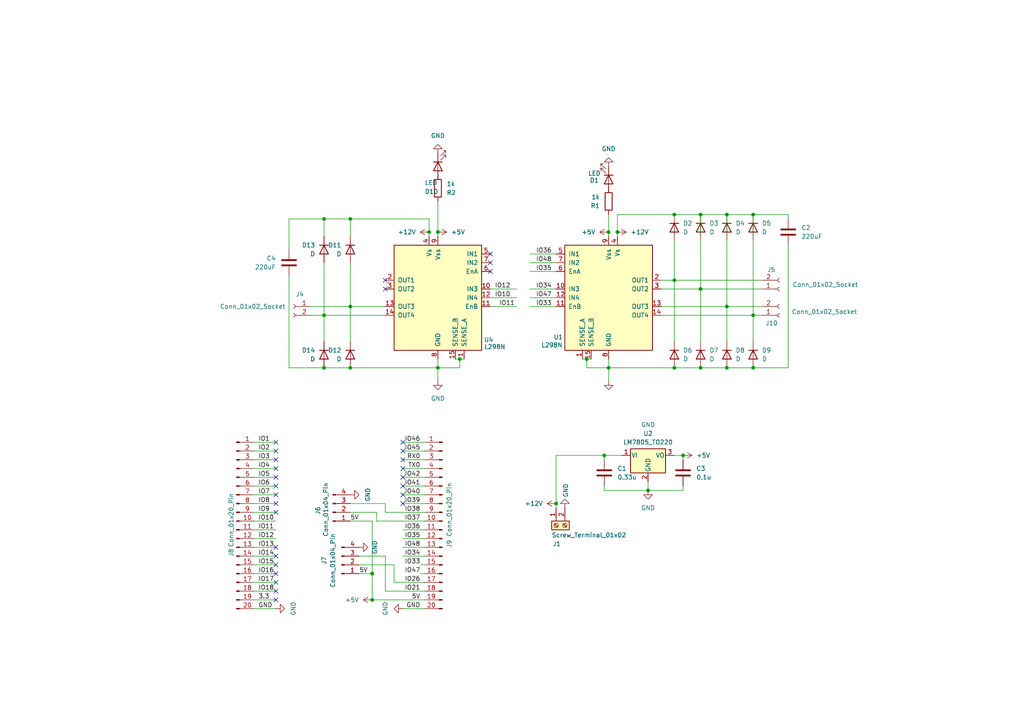
<source format=kicad_sch>
(kicad_sch (version 20250114) (generator "eeschema") (generator_version "9.0")
  (paper "A4")
  (lib_symbols
    (symbol "Connector:Conn_01x02_Socket" (pin_names (offset 1.016) (hide yes))
      (property "Reference" "J" (at 0 2.54 0))
      (property "Value" "Conn_01x02_Socket" (at 0 -5.08 0))
      (symbol "Conn_01x02_Socket_1_1"
        (polyline (pts (xy -1.27 0) (xy -0.508 0)) (stroke (width 0.1524)))
        (polyline (pts (xy -1.27 -2.54) (xy -0.508 -2.54)) (stroke (width 0.1524)))
        (arc (start 0 -0.508) (mid -0.5058 0) (end 0 0.508) (stroke (width 0.1524)))
        (arc (start 0 -3.048) (mid -0.5058 -2.54) (end 0 -2.032) (stroke (width 0.1524)))
        (pin passive line (at -5.08 0 0) (length 3.81) (name "Pin_1") (number "1"))
        (pin passive line (at -5.08 -2.54 0) (length 3.81) (name "Pin_2") (number "2"))
      )
    )
    (symbol "Connector:Conn_01x04_Pin" (pin_names (offset 1.016) (hide yes))
      (property "Reference" "J" (at 0 5.08 0))
      (property "Value" "Conn_01x04_Pin" (at 0 -7.62 0))
      (symbol "Conn_01x04_Pin_1_1"
        (rectangle (start 0.8636 2.667) (end 0 2.413) (stroke (width 0.1524)) (fill (type outline)))
        (rectangle (start 0.8636 0.127) (end 0 -0.127) (stroke (width 0.1524)) (fill (type outline)))
        (rectangle (start 0.8636 -2.413) (end 0 -2.667) (stroke (width 0.1524)) (fill (type outline)))
        (rectangle (start 0.8636 -4.953) (end 0 -5.207) (stroke (width 0.1524)) (fill (type outline)))
        (polyline (pts (xy 1.27 2.54) (xy 0.8636 2.54)) (stroke (width 0.1524)))
        (polyline (pts (xy 1.27 0) (xy 0.8636 0)) (stroke (width 0.1524)))
        (polyline (pts (xy 1.27 -2.54) (xy 0.8636 -2.54)) (stroke (width 0.1524)))
        (polyline (pts (xy 1.27 -5.08) (xy 0.8636 -5.08)) (stroke (width 0.1524)))
        (pin passive line (at 5.08 2.54 180) (length 3.81) (name "Pin_1") (number "1"))
        (pin passive line (at 5.08 0 180) (length 3.81) (name "Pin_2") (number "2"))
        (pin passive line (at 5.08 -2.54 180) (length 3.81) (name "Pin_3") (number "3"))
        (pin passive line (at 5.08 -5.08 180) (length 3.81) (name "Pin_4") (number "4"))
      )
    )
    (symbol "Connector:Conn_01x20_Pin" (pin_names (offset 1.016) (hide yes))
      (property "Reference" "J" (at 0 25.4 0))
      (property "Value" "Conn_01x20_Pin" (at 0 -27.94 0))
      (symbol "Conn_01x20_Pin_1_1"
        (rectangle (start 0.8636 22.987) (end 0 22.733) (stroke (width 0.1524)) (fill (type outline)))
        (rectangle (start 0.8636 20.447) (end 0 20.193) (stroke (width 0.1524)) (fill (type outline)))
        (rectangle (start 0.8636 17.907) (end 0 17.653) (stroke (width 0.1524)) (fill (type outline)))
        (rectangle (start 0.8636 15.367) (end 0 15.113) (stroke (width 0.1524)) (fill (type outline)))
        (rectangle (start 0.8636 12.827) (end 0 12.573) (stroke (width 0.1524)) (fill (type outline)))
        (rectangle (start 0.8636 10.287) (end 0 10.033) (stroke (width 0.1524)) (fill (type outline)))
        (rectangle (start 0.8636 7.747) (end 0 7.493) (stroke (width 0.1524)) (fill (type outline)))
        (rectangle (start 0.8636 5.207) (end 0 4.953) (stroke (width 0.1524)) (fill (type outline)))
        (rectangle (start 0.8636 2.667) (end 0 2.413) (stroke (width 0.1524)) (fill (type outline)))
        (rectangle (start 0.8636 0.127) (end 0 -0.127) (stroke (width 0.1524)) (fill (type outline)))
        (rectangle (start 0.8636 -2.413) (end 0 -2.667) (stroke (width 0.1524)) (fill (type outline)))
        (rectangle (start 0.8636 -4.953) (end 0 -5.207) (stroke (width 0.1524)) (fill (type outline)))
        (rectangle (start 0.8636 -7.493) (end 0 -7.747) (stroke (width 0.1524)) (fill (type outline)))
        (rectangle (start 0.8636 -10.033) (end 0 -10.287) (stroke (width 0.1524)) (fill (type outline)))
        (rectangle (start 0.8636 -12.573) (end 0 -12.827) (stroke (width 0.1524)) (fill (type outline)))
        (rectangle (start 0.8636 -15.113) (end 0 -15.367) (stroke (width 0.1524)) (fill (type outline)))
        (rectangle (start 0.8636 -17.653) (end 0 -17.907) (stroke (width 0.1524)) (fill (type outline)))
        (rectangle (start 0.8636 -20.193) (end 0 -20.447) (stroke (width 0.1524)) (fill (type outline)))
        (rectangle (start 0.8636 -22.733) (end 0 -22.987) (stroke (width 0.1524)) (fill (type outline)))
        (rectangle (start 0.8636 -25.273) (end 0 -25.527) (stroke (width 0.1524)) (fill (type outline)))
        (polyline (pts (xy 1.27 22.86) (xy 0.8636 22.86)) (stroke (width 0.1524)))
        (polyline (pts (xy 1.27 20.32) (xy 0.8636 20.32)) (stroke (width 0.1524)))
        (polyline (pts (xy 1.27 17.78) (xy 0.8636 17.78)) (stroke (width 0.1524)))
        (polyline (pts (xy 1.27 15.24) (xy 0.8636 15.24)) (stroke (width 0.1524)))
        (polyline (pts (xy 1.27 12.7) (xy 0.8636 12.7)) (stroke (width 0.1524)))
        (polyline (pts (xy 1.27 10.16) (xy 0.8636 10.16)) (stroke (width 0.1524)))
        (polyline (pts (xy 1.27 7.62) (xy 0.8636 7.62)) (stroke (width 0.1524)))
        (polyline (pts (xy 1.27 5.08) (xy 0.8636 5.08)) (stroke (width 0.1524)))
        (polyline (pts (xy 1.27 2.54) (xy 0.8636 2.54)) (stroke (width 0.1524)))
        (polyline (pts (xy 1.27 0) (xy 0.8636 0)) (stroke (width 0.1524)))
        (polyline (pts (xy 1.27 -2.54) (xy 0.8636 -2.54)) (stroke (width 0.1524)))
        (polyline (pts (xy 1.27 -5.08) (xy 0.8636 -5.08)) (stroke (width 0.1524)))
        (polyline (pts (xy 1.27 -7.62) (xy 0.8636 -7.62)) (stroke (width 0.1524)))
        (polyline (pts (xy 1.27 -10.16) (xy 0.8636 -10.16)) (stroke (width 0.1524)))
        (polyline (pts (xy 1.27 -12.7) (xy 0.8636 -12.7)) (stroke (width 0.1524)))
        (polyline (pts (xy 1.27 -15.24) (xy 0.8636 -15.24)) (stroke (width 0.1524)))
        (polyline (pts (xy 1.27 -17.78) (xy 0.8636 -17.78)) (stroke (width 0.1524)))
        (polyline (pts (xy 1.27 -20.32) (xy 0.8636 -20.32)) (stroke (width 0.1524)))
        (polyline (pts (xy 1.27 -22.86) (xy 0.8636 -22.86)) (stroke (width 0.1524)))
        (polyline (pts (xy 1.27 -25.4) (xy 0.8636 -25.4)) (stroke (width 0.1524)))
        (pin passive line (at 5.08 22.86 180) (length 3.81) (name "Pin_1") (number "1"))
        (pin passive line (at 5.08 20.32 180) (length 3.81) (name "Pin_2") (number "2"))
        (pin passive line (at 5.08 17.78 180) (length 3.81) (name "Pin_3") (number "3"))
        (pin passive line (at 5.08 15.24 180) (length 3.81) (name "Pin_4") (number "4"))
        (pin passive line (at 5.08 12.7 180) (length 3.81) (name "Pin_5") (number "5"))
        (pin passive line (at 5.08 10.16 180) (length 3.81) (name "Pin_6") (number "6"))
        (pin passive line (at 5.08 7.62 180) (length 3.81) (name "Pin_7") (number "7"))
        (pin passive line (at 5.08 5.08 180) (length 3.81) (name "Pin_8") (number "8"))
        (pin passive line (at 5.08 2.54 180) (length 3.81) (name "Pin_9") (number "9"))
        (pin passive line (at 5.08 0 180) (length 3.81) (name "Pin_10") (number "10"))
        (pin passive line (at 5.08 -2.54 180) (length 3.81) (name "Pin_11") (number "11"))
        (pin passive line (at 5.08 -5.08 180) (length 3.81) (name "Pin_12") (number "12"))
        (pin passive line (at 5.08 -7.62 180) (length 3.81) (name "Pin_13") (number "13"))
        (pin passive line (at 5.08 -10.16 180) (length 3.81) (name "Pin_14") (number "14"))
        (pin passive line (at 5.08 -12.7 180) (length 3.81) (name "Pin_15") (number "15"))
        (pin passive line (at 5.08 -15.24 180) (length 3.81) (name "Pin_16") (number "16"))
        (pin passive line (at 5.08 -17.78 180) (length 3.81) (name "Pin_17") (number "17"))
        (pin passive line (at 5.08 -20.32 180) (length 3.81) (name "Pin_18") (number "18"))
        (pin passive line (at 5.08 -22.86 180) (length 3.81) (name "Pin_19") (number "19"))
        (pin passive line (at 5.08 -25.4 180) (length 3.81) (name "Pin_20") (number "20"))
      )
    )
    (symbol "Connector:Screw_Terminal_01x02" (pin_names (offset 1.016) (hide yes))
      (property "Reference" "J" (at 0 2.54 0))
      (property "Value" "Screw_Terminal_01x02" (at 0 -5.08 0))
      (symbol "Screw_Terminal_01x02_1_1"
        (rectangle (start -1.27 1.27) (end 1.27 -3.81) (stroke (width 0.254)) (fill (type background)))
        (polyline (pts (xy -0.5334 0.3302) (xy 0.3302 -0.508)) (stroke (width 0.1524)))
        (polyline (pts (xy -0.5334 -2.2098) (xy 0.3302 -3.048)) (stroke (width 0.1524)))
        (polyline (pts (xy -0.3556 0.508) (xy 0.508 -0.3302)) (stroke (width 0.1524)))
        (polyline (pts (xy -0.3556 -2.032) (xy 0.508 -2.8702)) (stroke (width 0.1524)))
        (circle (center 0 0) (radius 0.635) (stroke (width 0.1524)))
        (circle (center 0 -2.54) (radius 0.635) (stroke (width 0.1524)))
        (pin passive line (at -5.08 0 0) (length 3.81) (name "Pin_1") (number "1"))
        (pin passive line (at -5.08 -2.54 0) (length 3.81) (name "Pin_2") (number "2"))
      )
    )
    (symbol "Device:C" (pin_numbers (hide yes)) (pin_names (offset 0.254))
      (property "Reference" "C" (at 0.635 2.54 0))
      (property "Value" "C" (at 0.635 -2.54 0))
      (symbol "C_0_1"
        (polyline (pts (xy -2.032 0.762) (xy 2.032 0.762)) (stroke (width 0.508)))
        (polyline (pts (xy -2.032 -0.762) (xy 2.032 -0.762)) (stroke (width 0.508)))
      )
      (symbol "C_1_1"
        (pin passive line (at 0 3.81 270) (length 2.794) (name "~") (number "1"))
        (pin passive line (at 0 -3.81 90) (length 2.794) (name "~") (number "2"))
      )
    )
    (symbol "Device:D" (pin_numbers (hide yes)) (pin_names (offset 1.016) (hide yes))
      (property "Reference" "D" (at 0 2.54 0))
      (property "Value" "D" (at 0 -2.54 0))
      (symbol "D_0_1"
        (polyline (pts (xy -1.27 1.27) (xy -1.27 -1.27)) (stroke (width 0.254)))
        (polyline (pts (xy 1.27 1.27) (xy 1.27 -1.27) (xy -1.27 0) (xy 1.27 1.27)) (stroke (width 0.254)))
        (polyline (pts (xy 1.27 0) (xy -1.27 0)))
      )
      (symbol "D_1_1"
        (pin passive line (at -3.81 0 0) (length 2.54) (name "K") (number "1"))
        (pin passive line (at 3.81 0 180) (length 2.54) (name "A") (number "2"))
      )
    )
    (symbol "Device:LED" (pin_numbers (hide yes)) (pin_names (offset 1.016) (hide yes))
      (property "Reference" "D" (at 0 2.54 0))
      (property "Value" "LED" (at 0 -2.54 0))
      (symbol "LED_0_1"
        (polyline (pts (xy -3.048 -0.762) (xy -4.572 -2.286) (xy -3.81 -2.286) (xy -4.572 -2.286) (xy -4.572 -1.524)))
        (polyline (pts (xy -1.778 -0.762) (xy -3.302 -2.286) (xy -2.54 -2.286) (xy -3.302 -2.286) (xy -3.302 -1.524)))
        (polyline (pts (xy -1.27 0) (xy 1.27 0)))
        (polyline (pts (xy -1.27 -1.27) (xy -1.27 1.27)) (stroke (width 0.254)))
        (polyline (pts (xy 1.27 -1.27) (xy 1.27 1.27) (xy -1.27 0) (xy 1.27 -1.27)) (stroke (width 0.254)))
      )
      (symbol "LED_1_1"
        (pin passive line (at -3.81 0 0) (length 2.54) (name "K") (number "1"))
        (pin passive line (at 3.81 0 180) (length 2.54) (name "A") (number "2"))
      )
    )
    (symbol "Device:R" (pin_numbers (hide yes)) (pin_names (offset 0))
      (property "Reference" "R" (at 2.032 0 90))
      (property "Value" "R" (at 0 0 90))
      (symbol "R_0_1"
        (rectangle (start -1.016 -2.54) (end 1.016 2.54) (stroke (width 0.254)))
      )
      (symbol "R_1_1"
        (pin passive line (at 0 3.81 270) (length 1.27) (name "~") (number "1"))
        (pin passive line (at 0 -3.81 90) (length 1.27) (name "~") (number "2"))
      )
    )
    (symbol "Driver_Motor:L298N" (pin_names (offset 1.016))
      (property "Reference" "U" (at -10.16 16.51 0))
      (property "Value" "L298N" (at 12.7 16.51 0))
      (symbol "L298N_0_1"
        (rectangle (start -12.7 15.24) (end 12.7 -15.24) (stroke (width 0.254)) (fill (type background)))
      )
      (symbol "L298N_1_1"
        (pin input line (at -15.24 12.7 0) (length 2.54) (name "IN1") (number "5"))
        (pin input line (at -15.24 10.16 0) (length 2.54) (name "IN2") (number "7"))
        (pin input line (at -15.24 7.62 0) (length 2.54) (name "EnA") (number "6"))
        (pin input line (at -15.24 2.54 0) (length 2.54) (name "IN3") (number "10"))
        (pin input line (at -15.24 0 0) (length 2.54) (name "IN4") (number "12"))
        (pin input line (at -15.24 -2.54 0) (length 2.54) (name "EnB") (number "11"))
        (pin power_in line (at -7.62 -17.78 90) (length 2.54) (name "SENSE_A") (number "1"))
        (pin power_in line (at -5.08 -17.78 90) (length 2.54) (name "SENSE_B") (number "15"))
        (pin power_in line (at 0 17.78 270) (length 2.54) (name "Vss") (number "9"))
        (pin power_in line (at 0 -17.78 90) (length 2.54) (name "GND") (number "8"))
        (pin power_in line (at 2.54 17.78 270) (length 2.54) (name "Vs") (number "4"))
        (pin output line (at 15.24 5.08 180) (length 2.54) (name "OUT1") (number "2"))
        (pin output line (at 15.24 2.54 180) (length 2.54) (name "OUT2") (number "3"))
        (pin output line (at 15.24 -2.54 180) (length 2.54) (name "OUT3") (number "13"))
        (pin output line (at 15.24 -5.08 180) (length 2.54) (name "OUT4") (number "14"))
      )
    )
    (symbol "GND_1" (power) (pin_numbers (hide yes)) (pin_names (offset 0) (hide yes))
      (property "Value" "GND" (at 0 -3.81 0))
      (symbol "GND_1_0_1"
        (polyline (pts (xy 0 0) (xy 0 -1.27) (xy 1.27 -1.27) (xy 0 -2.54) (xy -1.27 -1.27) (xy 0 -1.27)))
      )
      (symbol "GND_1_1_1"
        (pin power_in line (at 0 0 270) (length 0) (name "~") (number "1"))
      )
    )
    (symbol "GND_2" (power) (pin_numbers (hide yes)) (pin_names (offset 0) (hide yes))
      (property "Value" "GND" (at 0 -3.81 0))
      (symbol "GND_2_0_1"
        (polyline (pts (xy 0 0) (xy 0 -1.27) (xy 1.27 -1.27) (xy 0 -2.54) (xy -1.27 -1.27) (xy 0 -1.27)))
      )
      (symbol "GND_2_1_1"
        (pin power_in line (at 0 0 270) (length 0) (name "~") (number "1"))
      )
    )
    (symbol "GND_3" (power) (pin_numbers (hide yes)) (pin_names (offset 0) (hide yes))
      (property "Value" "GND" (at 0 -3.81 0))
      (symbol "GND_3_0_1"
        (polyline (pts (xy 0 0) (xy 0 -1.27) (xy 1.27 -1.27) (xy 0 -2.54) (xy -1.27 -1.27) (xy 0 -1.27)))
      )
      (symbol "GND_3_1_1"
        (pin power_in line (at 0 0 270) (length 0) (name "~") (number "1"))
      )
    )
    (symbol "GND_4" (power) (pin_numbers (hide yes)) (pin_names (offset 0) (hide yes))
      (property "Value" "GND" (at 0 -3.81 0))
      (symbol "GND_4_0_1"
        (polyline (pts (xy 0 0) (xy 0 -1.27) (xy 1.27 -1.27) (xy 0 -2.54) (xy -1.27 -1.27) (xy 0 -1.27)))
      )
      (symbol "GND_4_1_1"
        (pin power_in line (at 0 0 270) (length 0) (name "~") (number "1"))
      )
    )
    (symbol "GND_5" (power) (pin_numbers (hide yes)) (pin_names (offset 0) (hide yes))
      (property "Value" "GND" (at 0 -3.81 0))
      (symbol "GND_5_0_1"
        (polyline (pts (xy 0 0) (xy 0 -1.27) (xy 1.27 -1.27) (xy 0 -2.54) (xy -1.27 -1.27) (xy 0 -1.27)))
      )
      (symbol "GND_5_1_1"
        (pin power_in line (at 0 0 270) (length 0) (name "~") (number "1"))
      )
    )
    (symbol "GND_6" (power) (pin_numbers (hide yes)) (pin_names (offset 0) (hide yes))
      (property "Value" "GND" (at 0 -3.81 0))
      (symbol "GND_6_0_1"
        (polyline (pts (xy 0 0) (xy 0 -1.27) (xy 1.27 -1.27) (xy 0 -2.54) (xy -1.27 -1.27) (xy 0 -1.27)))
      )
      (symbol "GND_6_1_1"
        (pin power_in line (at 0 0 270) (length 0) (name "~") (number "1"))
      )
    )
    (symbol "GND_8" (power) (pin_numbers (hide yes)) (pin_names (offset 0) (hide yes))
      (property "Value" "GND" (at 0 -3.81 0))
      (symbol "GND_8_0_1"
        (polyline (pts (xy 0 0) (xy 0 -1.27) (xy 1.27 -1.27) (xy 0 -2.54) (xy -1.27 -1.27) (xy 0 -1.27)))
      )
      (symbol "GND_8_1_1"
        (pin power_in line (at 0 0 270) (length 0) (name "~") (number "1"))
      )
    )
    (symbol "Regulator_Linear:LM7805_TO220" (pin_names (offset 0.254))
      (property "Reference" "U" (at -3.81 3.175 0))
      (property "Value" "LM7805_TO220" (at 0 3.175 0))
      (symbol "LM7805_TO220_0_1"
        (rectangle (start -5.08 1.905) (end 5.08 -5.08) (stroke (width 0.254)) (fill (type background)))
      )
      (symbol "LM7805_TO220_1_1"
        (pin power_in line (at -7.62 0 0) (length 2.54) (name "VI") (number "1"))
        (pin power_in line (at 0 -7.62 90) (length 2.54) (name "GND") (number "2"))
        (pin power_out line (at 7.62 0 180) (length 2.54) (name "VO") (number "3"))
      )
    )
    (symbol "power:+12V" (power) (pin_numbers (hide yes)) (pin_names (offset 0) (hide yes))
      (property "Value" "+12V" (at 0 3.556 0))
      (symbol "+12V_0_1"
        (polyline (pts (xy -0.762 1.27) (xy 0 2.54)))
        (polyline (pts (xy 0 2.54) (xy 0.762 1.27)))
        (polyline (pts (xy 0 0) (xy 0 2.54)))
      )
      (symbol "+12V_1_1"
        (pin power_in line (at 0 0 90) (length 0) (name "~") (number "1"))
      )
    )
    (symbol "power:+5V" (power) (pin_numbers (hide yes)) (pin_names (offset 0) (hide yes))
      (property "Value" "+5V" (at 0 3.556 0))
      (symbol "+5V_0_1"
        (polyline (pts (xy -0.762 1.27) (xy 0 2.54)))
        (polyline (pts (xy 0 2.54) (xy 0.762 1.27)))
        (polyline (pts (xy 0 0) (xy 0 2.54)))
      )
      (symbol "+5V_1_1"
        (pin power_in line (at 0 0 90) (length 0) (name "~") (number "1"))
      )
    )
    (symbol "power:GND" (power) (pin_names (offset 0))
      (property "Value" "GND" (at 0 -3.81 0))
      (symbol "GND_0_1"
        (polyline (pts (xy 0 0) (xy 0 -1.27) (xy 1.27 -1.27) (xy 0 -2.54) (xy -1.27 -1.27) (xy 0 -1.27)))
      )
      (symbol "GND_1_1"
        (pin power_in line (at 0 0 270) (length 0) (hide yes) (name "GND") (number "1"))
      )
    )
  )
  (junction (at 107.95 166.37))
  (junction (at 93.98 106.68))
  (junction (at 176.53 106.68))
  (junction (at 124.46 67.31))
  (junction (at 210.82 106.68))
  (junction (at 170.18 104.14))
  (junction (at 195.58 62.23))
  (junction (at 195.58 81.28))
  (junction (at 107.95 173.99))
  (junction (at 195.58 106.68))
  (junction (at 161.29 146.05))
  (junction (at 93.98 63.5))
  (junction (at 203.2 62.23))
  (junction (at 179.07 67.31))
  (junction (at 198.12 132.08))
  (junction (at 218.44 62.23))
  (junction (at 203.2 106.68))
  (junction (at 210.82 62.23))
  (junction (at 218.44 91.44))
  (junction (at 127 106.68))
  (junction (at 101.6 106.68))
  (junction (at 187.96 142.24))
  (junction (at 101.6 63.5))
  (junction (at 176.53 67.31))
  (junction (at 133.35 104.14))
  (junction (at 218.44 106.68))
  (junction (at 127 67.31))
  (junction (at 210.82 88.9))
  (junction (at 93.98 91.44))
  (junction (at 101.6 88.9))
  (junction (at 203.2 83.82))
  (junction (at 175.26 132.08))
  (no_connect (at 116.84 146.05))
  (no_connect (at 80.01 161.29))
  (no_connect (at 142.24 73.66))
  (no_connect (at 111.76 81.28))
  (no_connect (at 116.84 143.51))
  (no_connect (at 80.01 171.45))
  (no_connect (at 80.01 146.05))
  (no_connect (at 80.01 168.91))
  (no_connect (at 116.84 138.43))
  (no_connect (at 142.24 78.74))
  (no_connect (at 116.84 133.35))
  (no_connect (at 80.01 163.83))
  (no_connect (at 111.76 83.82))
  (no_connect (at 80.01 148.59))
  (no_connect (at 80.01 158.75))
  (no_connect (at 80.01 140.97))
  (no_connect (at 80.01 128.27))
  (no_connect (at 116.84 135.89))
  (no_connect (at 80.01 143.51))
  (no_connect (at 80.01 133.35))
  (no_connect (at 80.01 135.89))
  (no_connect (at 116.84 140.97))
  (no_connect (at 80.01 173.99))
  (no_connect (at 116.84 130.81))
  (no_connect (at 142.24 76.2))
  (no_connect (at 116.84 128.27))
  (no_connect (at 80.01 166.37))
  (no_connect (at 80.01 130.81))
  (no_connect (at 80.01 138.43))
  (wire (pts (xy 73.66 148.59) (xy 80.01 148.59)))
  (wire (pts (xy 198.12 132.08) (xy 198.12 133.35)))
  (wire (pts (xy 93.98 76.2) (xy 93.98 91.44)))
  (wire (pts (xy 187.96 142.24) (xy 198.12 142.24)))
  (wire (pts (xy 210.82 88.9) (xy 210.82 99.06)))
  (wire (pts (xy 73.66 173.99) (xy 80.01 173.99)))
  (wire (pts (xy 127 58.42) (xy 127 67.31)))
  (wire (pts (xy 176.53 54.61) (xy 176.53 55.88)))
  (wire (pts (xy 210.82 69.85) (xy 210.82 88.9)))
  (wire (pts (xy 73.66 163.83) (xy 80.01 163.83)))
  (wire (pts (xy 127 104.14) (xy 127 106.68)))
  (wire (pts (xy 101.6 88.9) (xy 90.17 88.9)))
  (wire (pts (xy 153.67 76.2) (xy 161.29 76.2)))
  (wire (pts (xy 101.6 106.68) (xy 93.98 106.68)))
  (wire (pts (xy 73.66 158.75) (xy 80.01 158.75)))
  (wire (pts (xy 187.96 139.7) (xy 187.96 142.24)))
  (wire (pts (xy 114.3 168.91) (xy 123.19 168.91)))
  (wire (pts (xy 203.2 62.23) (xy 210.82 62.23)))
  (wire (pts (xy 123.19 128.27) (xy 116.84 128.27)))
  (wire (pts (xy 123.19 140.97) (xy 116.84 140.97)))
  (wire (pts (xy 73.66 161.29) (xy 80.01 161.29)))
  (wire (pts (xy 101.6 63.5) (xy 101.6 68.58)))
  (wire (pts (xy 107.95 151.13) (xy 107.95 166.37)))
  (wire (pts (xy 123.19 176.53) (xy 116.84 176.53)))
  (wire (pts (xy 111.76 148.59) (xy 123.19 148.59)))
  (wire (pts (xy 111.76 161.29) (xy 111.76 171.45)))
  (wire (pts (xy 73.66 171.45) (xy 80.01 171.45)))
  (wire (pts (xy 210.82 62.23) (xy 218.44 62.23)))
  (wire (pts (xy 175.26 140.97) (xy 175.26 142.24)))
  (wire (pts (xy 73.66 146.05) (xy 80.01 146.05)))
  (wire (pts (xy 218.44 91.44) (xy 218.44 99.06)))
  (wire (pts (xy 107.95 166.37) (xy 104.14 166.37)))
  (wire (pts (xy 168.91 104.14) (xy 170.18 104.14)))
  (wire (pts (xy 218.44 62.23) (xy 218.44 68.58)))
  (wire (pts (xy 93.98 91.44) (xy 90.17 91.44)))
  (wire (pts (xy 109.22 148.59) (xy 109.22 151.13)))
  (wire (pts (xy 123.19 161.29) (xy 116.84 161.29)))
  (wire (pts (xy 73.66 168.91) (xy 80.01 168.91)))
  (wire (pts (xy 123.19 133.35) (xy 116.84 133.35)))
  (wire (pts (xy 175.26 142.24) (xy 187.96 142.24)))
  (wire (pts (xy 153.67 73.66) (xy 161.29 73.66)))
  (wire (pts (xy 111.76 88.9) (xy 101.6 88.9)))
  (wire (pts (xy 170.18 104.14) (xy 170.18 106.68)))
  (wire (pts (xy 133.35 104.14) (xy 133.35 106.68)))
  (wire (pts (xy 198.12 140.97) (xy 198.12 142.24)))
  (wire (pts (xy 104.14 163.83) (xy 114.3 163.83)))
  (wire (pts (xy 73.66 153.67) (xy 80.01 153.67)))
  (wire (pts (xy 133.35 106.68) (xy 127 106.68)))
  (wire (pts (xy 104.14 161.29) (xy 111.76 161.29)))
  (wire (pts (xy 123.19 156.21) (xy 116.84 156.21)))
  (wire (pts (xy 123.19 158.75) (xy 116.84 158.75)))
  (wire (pts (xy 73.66 140.97) (xy 80.01 140.97)))
  (wire (pts (xy 123.19 143.51) (xy 116.84 143.51)))
  (wire (pts (xy 203.2 83.82) (xy 203.2 99.06)))
  (wire (pts (xy 210.82 62.23) (xy 210.82 68.58)))
  (wire (pts (xy 179.07 67.31) (xy 179.07 68.58)))
  (wire (pts (xy 203.2 62.23) (xy 203.2 68.58)))
  (wire (pts (xy 127 67.31) (xy 127 68.58)))
  (wire (pts (xy 101.6 146.05) (xy 111.76 146.05)))
  (wire (pts (xy 73.66 176.53) (xy 80.01 176.53)))
  (wire (pts (xy 176.53 67.31) (xy 176.53 68.58)))
  (wire (pts (xy 73.66 130.81) (xy 80.01 130.81)))
  (wire (pts (xy 161.29 88.9) (xy 153.67 88.9)))
  (wire (pts (xy 195.58 81.28) (xy 191.77 81.28)))
  (wire (pts (xy 121.92 163.83) (xy 123.19 163.83)))
  (wire (pts (xy 123.19 146.05) (xy 116.84 146.05)))
  (wire (pts (xy 195.58 62.23) (xy 203.2 62.23)))
  (wire (pts (xy 111.76 171.45) (xy 123.19 171.45)))
  (wire (pts (xy 142.24 86.36) (xy 149.86 86.36)))
  (wire (pts (xy 111.76 146.05) (xy 111.76 148.59)))
  (wire (pts (xy 191.77 88.9) (xy 210.82 88.9)))
  (wire (pts (xy 176.53 110.49) (xy 176.53 106.68)))
  (wire (pts (xy 142.24 88.9) (xy 149.86 88.9)))
  (wire (pts (xy 134.62 104.14) (xy 133.35 104.14)))
  (wire (pts (xy 101.6 151.13) (xy 107.95 151.13)))
  (wire (pts (xy 73.66 143.51) (xy 80.01 143.51)))
  (wire (pts (xy 153.67 86.36) (xy 161.29 86.36)))
  (wire (pts (xy 123.19 153.67) (xy 116.84 153.67)))
  (wire (pts (xy 101.6 88.9) (xy 101.6 99.06)))
  (wire (pts (xy 93.98 91.44) (xy 93.98 99.06)))
  (wire (pts (xy 228.6 106.68) (xy 218.44 106.68)))
  (wire (pts (xy 228.6 62.23) (xy 218.44 62.23)))
  (wire (pts (xy 228.6 63.5) (xy 228.6 62.23)))
  (wire (pts (xy 93.98 63.5) (xy 93.98 68.58)))
  (wire (pts (xy 127 50.8) (xy 127 52.07)))
  (wire (pts (xy 203.2 83.82) (xy 220.98 83.82)))
  (wire (pts (xy 161.29 132.08) (xy 161.29 146.05)))
  (wire (pts (xy 195.58 132.08) (xy 198.12 132.08)))
  (wire (pts (xy 111.76 91.44) (xy 93.98 91.44)))
  (wire (pts (xy 73.66 166.37) (xy 80.01 166.37)))
  (wire (pts (xy 195.58 81.28) (xy 220.98 81.28)))
  (wire (pts (xy 73.66 151.13) (xy 80.01 151.13)))
  (wire (pts (xy 142.24 83.82) (xy 149.86 83.82)))
  (wire (pts (xy 191.77 91.44) (xy 218.44 91.44)))
  (wire (pts (xy 101.6 63.5) (xy 93.98 63.5)))
  (wire (pts (xy 83.82 106.68) (xy 93.98 106.68)))
  (wire (pts (xy 170.18 106.68) (xy 176.53 106.68)))
  (wire (pts (xy 123.19 138.43) (xy 116.84 138.43)))
  (wire (pts (xy 179.07 62.23) (xy 195.58 62.23)))
  (wire (pts (xy 83.82 63.5) (xy 93.98 63.5)))
  (wire (pts (xy 210.82 106.68) (xy 218.44 106.68)))
  (wire (pts (xy 161.29 146.05) (xy 161.29 147.32)))
  (wire (pts (xy 218.44 69.85) (xy 218.44 91.44)))
  (wire (pts (xy 83.82 72.39) (xy 83.82 63.5)))
  (wire (pts (xy 195.58 106.68) (xy 203.2 106.68)))
  (wire (pts (xy 195.58 81.28) (xy 195.58 99.06)))
  (wire (pts (xy 101.6 76.2) (xy 101.6 88.9)))
  (wire (pts (xy 123.19 135.89) (xy 116.84 135.89)))
  (wire (pts (xy 179.07 62.23) (xy 179.07 67.31)))
  (wire (pts (xy 124.46 63.5) (xy 124.46 67.31)))
  (wire (pts (xy 176.53 104.14) (xy 176.53 106.68)))
  (wire (pts (xy 203.2 69.85) (xy 203.2 83.82)))
  (wire (pts (xy 191.77 83.82) (xy 203.2 83.82)))
  (wire (pts (xy 124.46 67.31) (xy 124.46 68.58)))
  (wire (pts (xy 161.29 132.08) (xy 175.26 132.08)))
  (wire (pts (xy 109.22 151.13) (xy 123.19 151.13)))
  (wire (pts (xy 218.44 91.44) (xy 220.98 91.44)))
  (wire (pts (xy 195.58 69.85) (xy 195.58 81.28)))
  (wire (pts (xy 107.95 173.99) (xy 123.19 173.99)))
  (wire (pts (xy 170.18 104.14) (xy 171.45 104.14)))
  (wire (pts (xy 210.82 88.9) (xy 220.98 88.9)))
  (wire (pts (xy 83.82 80.01) (xy 83.82 106.68)))
  (wire (pts (xy 101.6 148.59) (xy 109.22 148.59)))
  (wire (pts (xy 101.6 63.5) (xy 124.46 63.5)))
  (wire (pts (xy 73.66 133.35) (xy 80.01 133.35)))
  (wire (pts (xy 107.95 173.99) (xy 107.95 166.37)))
  (wire (pts (xy 123.19 130.81) (xy 116.84 130.81)))
  (wire (pts (xy 73.66 128.27) (xy 80.01 128.27)))
  (wire (pts (xy 203.2 106.68) (xy 210.82 106.68)))
  (wire (pts (xy 73.66 138.43) (xy 80.01 138.43)))
  (wire (pts (xy 175.26 132.08) (xy 180.34 132.08)))
  (wire (pts (xy 73.66 156.21) (xy 80.01 156.21)))
  (wire (pts (xy 228.6 71.12) (xy 228.6 106.68)))
  (wire (pts (xy 73.66 135.89) (xy 80.01 135.89)))
  (wire (pts (xy 176.53 62.23) (xy 176.53 67.31)))
  (wire (pts (xy 121.92 166.37) (xy 123.19 166.37)))
  (wire (pts (xy 161.29 78.74) (xy 153.67 78.74)))
  (wire (pts (xy 176.53 106.68) (xy 195.58 106.68)))
  (wire (pts (xy 127 106.68) (xy 101.6 106.68)))
  (wire (pts (xy 175.26 133.35) (xy 175.26 132.08)))
  (wire (pts (xy 153.67 83.82) (xy 161.29 83.82)))
  (wire (pts (xy 133.35 104.14) (xy 132.08 104.14)))
  (wire (pts (xy 127 110.49) (xy 127 106.68)))
  (wire (pts (xy 114.3 163.83) (xy 114.3 168.91)))
  (label "IO38" (at 121.92 148.59 180))
  (label "IO33" (at 121.92 163.83 180))
  (label "RX0" (at 121.92 133.35 180))
  (label "IO46" (at 121.92 128.27 180))
  (label "IO26" (at 121.92 168.91 180))
  (label "IO36" (at 160.02 73.66 180))
  (label "IO36" (at 121.92 153.67 180))
  (label "IO47" (at 121.92 166.37 180))
  (label "3.3" (at 74.93 173.99 0))
  (label "IO13" (at 74.93 158.75 0))
  (label "IO14" (at 74.93 161.29 0))
  (label "IO12" (at 143.51 83.82 0))
  (label "IO11" (at 74.93 153.67 0))
  (label "IO2" (at 74.93 130.81 0))
  (label "5V" (at 106.68 166.37 180))
  (label "IO34" (at 160.02 83.82 180))
  (label "5V" (at 121.92 173.99 180))
  (label "IO4" (at 74.93 135.89 0))
  (label "IO33" (at 160.02 88.9 180))
  (label "GND" (at 121.92 176.53 180))
  (label "IO40" (at 121.92 143.51 180))
  (label "IO42" (at 121.92 138.43 180))
  (label "IO37" (at 121.92 151.13 180))
  (label "GND" (at 74.93 176.53 0))
  (label "IO7" (at 74.93 143.51 0))
  (label "IO48" (at 160.02 76.2 180))
  (label "IO48" (at 121.92 158.75 180))
  (label "IO35" (at 121.92 156.21 180))
  (label "IO6" (at 74.93 140.97 0))
  (label "IO35" (at 160.02 78.74 180))
  (label "IO9" (at 74.93 148.59 0))
  (label "IO45" (at 121.92 130.81 180))
  (label "IO8" (at 74.93 146.05 0))
  (label "IO15" (at 74.93 163.83 0))
  (label "IO34" (at 121.92 161.29 180))
  (label "IO5" (at 74.93 138.43 0))
  (label "IO47" (at 160.02 86.36 180))
  (label "IO16" (at 74.93 166.37 0))
  (label "IO21" (at 121.92 171.45 180))
  (label "IO1" (at 74.93 128.27 0))
  (label "IO10" (at 143.51 86.36 0))
  (label "IO10" (at 74.93 151.13 0))
  (label "IO39" (at 121.92 146.05 180))
  (label "IO17" (at 74.93 168.91 0))
  (label "IO3" (at 74.93 133.35 0))
  (label "IO11" (at 144.78 88.9 0))
  (label "5V" (at 101.6 151.13 0))
  (label "IO18" (at 74.93 171.45 0))
  (label "TX0" (at 121.92 135.89 180))
  (label "IO41" (at 121.92 140.97 180))
  (label "IO12" (at 74.93 156.21 0))
  (symbol (lib_id "Device:D") (at 210.82 102.87 270) (unit 1)
    (property "Reference" "D8" (at 213.36 101.6 90) (effects (justify left)))
    (property "Value" "D" (at 213.36 104.14 90) (effects (justify left)))
    (property "Footprint" "Diode_SMD:D_0805_2012Metric_Pad1.15x1.40mm_HandSolder" (effects (hide yes)))
    (property "Sim.Device" "D" (effects (hide yes)))
    (property "Sim.Pins" "1=K 2=A" (effects (hide yes)))
  )
  (symbol (lib_name "GND_4") (lib_id "power:GND") (at 101.6 143.51 90) (unit 1)
    (property "Reference" "#PWR010" (effects (hide yes)))
    (property "Value" "GND" (at 106.68 143.51 0))
    (property "Description" "Power symbol creates a global label with name \"GND\" , ground" (effects (hide yes)))
  )
  (symbol (lib_id "power:+12V") (at 124.46 67.31 90) (mirror x) (unit 1)
    (property "Reference" "#PWR013" (effects (hide yes)))
    (property "Value" "+12V" (at 120.65 67.3099 90) (effects (justify left)))
    (property "Description" "Power symbol creates a global label with name \"+12V\"" (effects (hide yes)))
  )
  (symbol (lib_id "Device:C") (at 83.82 76.2 0) (mirror y) (unit 1)
    (property "Reference" "C4" (at 80.01 74.93 0) (effects (justify left)))
    (property "Value" "220uF" (at 80.01 77.47 0) (effects (justify left)))
    (property "Footprint" "Capacitor_SMD:C_Elec_8x10.2" (effects (hide yes)))
  )
  (symbol (lib_id "Device:D") (at 101.6 102.87 90) (mirror x) (unit 1)
    (property "Reference" "D12" (at 99.06 101.6 90) (effects (justify left)))
    (property "Value" "D" (at 99.06 104.14 90) (effects (justify left)))
    (property "Footprint" "Diode_SMD:D_0805_2012Metric_Pad1.15x1.40mm_HandSolder" (effects (hide yes)))
    (property "Sim.Device" "D" (effects (hide yes)))
    (property "Sim.Pins" "1=K 2=A" (effects (hide yes)))
  )
  (symbol (lib_id "Connector:Conn_01x02_Socket") (at 226.06 91.44 0) (mirror x) (unit 1)
    (property "Reference" "J10" (at 221.996 93.726 0) (effects (justify left)))
    (property "Value" "Conn_01x02_Socket" (at 229.616 90.424 0) (effects (justify left)))
    (property "Footprint" "Connector_PinSocket_2.54mm:PinSocket_1x02_P2.54mm_Vertical" (effects (hide yes)))
  )
  (symbol (lib_name "GND_6") (lib_id "power:GND") (at 187.96 142.24 0) (unit 1)
    (property "Reference" "#PWR03" (effects (hide yes)))
    (property "Value" "GND" (at 187.96 147.32 0))
    (property "Description" "Power symbol creates a global label with name \"GND\" , ground" (effects (hide yes)))
  )
  (symbol (lib_id "Device:LED") (at 127 48.26 90) (mirror x) (unit 1)
    (property "Reference" "D10" (at 123.19 55.5625 90) (effects (justify right)))
    (property "Value" "LED" (at 123.19 53.0225 90) (effects (justify right)))
    (property "Footprint" "LED_SMD:LED_0805_2012Metric_Pad1.15x1.40mm_HandSolder" (effects (hide yes)))
  )
  (symbol (lib_id "Device:C") (at 228.6 67.31 0) (unit 1)
    (property "Reference" "C2" (at 232.41 66.04 0) (effects (justify left)))
    (property "Value" "220uF" (at 232.41 68.58 0) (effects (justify left)))
    (property "Footprint" "Capacitor_SMD:C_Elec_8x10.2" (effects (hide yes)))
  )
  (symbol (lib_id "power:GND") (at 176.53 48.26 180) (unit 1)
    (property "Reference" "#PWR01" (effects (hide yes)))
    (property "Value" "GND" (at 176.53 43.18 0))
  )
  (symbol (lib_id "power:+5V") (at 176.53 67.31 90) (mirror x) (unit 1)
    (property "Reference" "#PWR07" (effects (hide yes)))
    (property "Value" "+5V" (at 172.72 67.3099 90) (effects (justify left)))
    (property "Description" "Power symbol creates a global label with name \"+5V\"" (effects (hide yes)))
  )
  (symbol (lib_id "Driver_Motor:L298N") (at 176.53 86.36 0) (unit 1)
    (property "Reference" "U1" (at 160.528 97.79 0) (effects (justify left)))
    (property "Value" "L298N" (at 156.972 100.076 0) (effects (justify left)))
    (property "Footprint" "Package_TO_SOT_THT:TO-220-15_P2.54x5.08mm_StaggerOdd_Lead4.58mm_Vertical" (effects (hide yes)))
    (property "Datasheet" "http://www.st.com/st-web-ui/static/active/en/resource/technical/document/datasheet/CD00000240.pdf" (effects (hide yes)))
  )
  (symbol (lib_id "Connector:Conn_01x04_Pin") (at 99.06 163.83 0) (mirror x) (unit 1)
    (property "Reference" "J7" (at 93.98 162.56 90))
    (property "Value" "Conn_01x04_Pin" (at 96.52 162.56 90))
    (property "Footprint" "Connector_PinSocket_2.54mm:PinSocket_1x04_P2.54mm_Vertical" (effects (hide yes)))
    (property "Description" "Generic connector, single row, 01x04, script generated" (effects (hide yes)))
  )
  (symbol (lib_id "Connector:Conn_01x02_Socket") (at 85.09 88.9 0) (mirror y) (unit 1)
    (property "Reference" "J4" (at 88.138 85.344 0) (effects (justify left)))
    (property "Value" "Conn_01x02_Socket" (at 82.804 88.9 0) (effects (justify left)))
    (property "Footprint" "Connector_PinSocket_2.54mm:PinSocket_1x02_P2.54mm_Vertical" (effects (hide yes)))
  )
  (symbol (lib_id "Device:D") (at 210.82 66.04 270) (unit 1)
    (property "Reference" "D4" (at 213.36 64.77 90) (effects (justify left)))
    (property "Value" "D" (at 213.36 67.31 90) (effects (justify left)))
    (property "Footprint" "Diode_SMD:D_0805_2012Metric_Pad1.15x1.40mm_HandSolder" (effects (hide yes)))
    (property "Sim.Device" "D" (effects (hide yes)))
    (property "Sim.Pins" "1=K 2=A" (effects (hide yes)))
  )
  (symbol (lib_id "Device:D") (at 93.98 102.87 90) (mirror x) (unit 1)
    (property "Reference" "D14" (at 91.44 101.6 90) (effects (justify left)))
    (property "Value" "D" (at 91.44 104.14 90) (effects (justify left)))
    (property "Footprint" "Diode_SMD:D_0805_2012Metric_Pad1.15x1.40mm_HandSolder" (effects (hide yes)))
    (property "Sim.Device" "D" (effects (hide yes)))
    (property "Sim.Pins" "1=K 2=A" (effects (hide yes)))
  )
  (symbol (lib_id "Device:D") (at 195.58 66.04 270) (unit 1)
    (property "Reference" "D2" (at 198.12 64.77 90) (effects (justify left)))
    (property "Value" "D" (at 198.12 67.31 90) (effects (justify left)))
    (property "Footprint" "Diode_SMD:D_0805_2012Metric_Pad1.15x1.40mm_HandSolder" (effects (hide yes)))
    (property "Sim.Device" "D" (effects (hide yes)))
    (property "Sim.Pins" "1=K 2=A" (effects (hide yes)))
  )
  (symbol (lib_id "Connector:Conn_01x20_Pin") (at 68.58 151.13 0) (unit 1)
    (property "Reference" "J8" (at 67.056 160.274 90))
    (property "Value" "Conn_01x20_Pin" (at 67.056 150.876 90))
    (property "Footprint" "Connector_PinSocket_2.54mm:PinSocket_1x20_P2.54mm_Vertical" (effects (hide yes)))
    (property "Description" "Generic connector, single row, 01x20, script generated" (effects (hide yes)))
  )
  (symbol (lib_name "GND_5") (lib_id "power:GND") (at 80.01 176.53 90) (unit 1)
    (property "Reference" "#PWR011" (effects (hide yes)))
    (property "Value" "GND" (at 85.09 176.53 0))
    (property "Description" "Power symbol creates a global label with name \"GND\" , ground" (effects (hide yes)))
  )
  (symbol (lib_id "power:GND") (at 127 110.49 0) (mirror y) (unit 1)
    (property "Reference" "#PWR04" (effects (hide yes)))
    (property "Value" "GND" (at 127 115.57 0))
  )
  (symbol (lib_name "GND_8") (lib_id "power:GND") (at 127 44.45 180) (unit 1)
    (property "Reference" "#PWR019" (effects (hide yes)))
    (property "Value" "GND" (at 127 39.37 0))
    (property "Description" "Power symbol creates a global label with name \"GND\" , ground" (effects (hide yes)))
  )
  (symbol (lib_id "power:GND") (at 176.53 110.49 0) (unit 1)
    (property "Reference" "#PWR02" (effects (hide yes)))
    (property "Value" "GND" (at 187.96 123.19 0))
  )
  (symbol (lib_id "Device:C") (at 175.26 137.16 0) (unit 1)
    (property "Reference" "C1" (at 179.07 135.8899 0) (effects (justify left)))
    (property "Value" "0.33u" (at 179.07 138.4299 0) (effects (justify left)))
    (property "Footprint" "Capacitor_SMD:C_1206_3216Metric_Pad1.33x1.80mm_HandSolder" (effects (hide yes)))
    (property "Description" "Unpolarized capacitor" (effects (hide yes)))
  )
  (symbol (lib_id "Device:R") (at 127 54.61 0) (mirror x) (unit 1)
    (property "Reference" "R2" (at 129.54 55.88 0) (effects (justify left)))
    (property "Value" "1k" (at 129.54 53.34 0) (effects (justify left)))
    (property "Footprint" "Resistor_SMD:R_0805_2012Metric_Pad1.20x1.40mm_HandSolder" (effects (hide yes)))
  )
  (symbol (lib_id "Device:D") (at 195.58 102.87 270) (unit 1)
    (property "Reference" "D6" (at 198.12 101.6 90) (effects (justify left)))
    (property "Value" "D" (at 198.12 104.14 90) (effects (justify left)))
    (property "Footprint" "Diode_SMD:D_0805_2012Metric_Pad1.15x1.40mm_HandSolder" (effects (hide yes)))
    (property "Sim.Device" "D" (effects (hide yes)))
    (property "Sim.Pins" "1=K 2=A" (effects (hide yes)))
  )
  (symbol (lib_name "GND_1") (lib_id "power:GND") (at 163.83 147.32 0) (mirror x) (unit 1)
    (property "Reference" "#PWR05" (effects (hide yes)))
    (property "Value" "GND" (at 164.084 142.24 90))
    (property "Description" "Power symbol creates a global label with name \"GND\" , ground" (effects (hide yes)))
  )
  (symbol (lib_id "power:+12V") (at 161.29 146.05 90) (unit 1)
    (property "Reference" "#PWR012" (effects (hide yes)))
    (property "Value" "+12V" (at 157.48 146.0499 90) (effects (justify left)))
    (property "Description" "Power symbol creates a global label with name \"+12V\"" (effects (hide yes)))
  )
  (symbol (lib_id "Device:LED") (at 176.53 52.07 270) (unit 1)
    (property "Reference" "D1" (at 173.736 52.324 90) (effects (justify right)))
    (property "Value" "LED" (at 174.244 50.292 90) (effects (justify right)))
    (property "Footprint" "LED_SMD:LED_0805_2012Metric_Pad1.15x1.40mm_HandSolder" (effects (hide yes)))
  )
  (symbol (lib_id "Driver_Motor:L298N") (at 127 86.36 0) (mirror y) (unit 1)
    (property "Reference" "U4" (at 141.732 98.552 0))
    (property "Value" "L298N" (at 143.51 100.584 0))
    (property "Footprint" "Package_TO_SOT_THT:TO-220-15_P2.54x5.08mm_StaggerOdd_Lead4.58mm_Vertical" (effects (hide yes)))
    (property "Datasheet" "http://www.st.com/st-web-ui/static/active/en/resource/technical/document/datasheet/CD00000240.pdf" (effects (hide yes)))
  )
  (symbol (lib_id "Device:D") (at 203.2 102.87 270) (unit 1)
    (property "Reference" "D7" (at 205.74 101.6 90) (effects (justify left)))
    (property "Value" "D" (at 205.74 104.14 90) (effects (justify left)))
    (property "Footprint" "Diode_SMD:D_0805_2012Metric_Pad1.15x1.40mm_HandSolder" (effects (hide yes)))
    (property "Sim.Device" "D" (effects (hide yes)))
    (property "Sim.Pins" "1=K 2=A" (effects (hide yes)))
  )
  (symbol (lib_id "Connector:Conn_01x04_Pin") (at 96.52 148.59 0) (mirror x) (unit 1)
    (property "Reference" "J6" (at 92.202 148.082 90))
    (property "Value" "Conn_01x04_Pin" (at 94.488 147.828 90))
    (property "Footprint" "Connector_PinSocket_2.54mm:PinSocket_1x04_P2.54mm_Vertical" (effects (hide yes)))
    (property "Description" "Generic connector, single row, 01x04, script generated" (effects (hide yes)))
  )
  (symbol (lib_name "GND_3") (lib_id "power:GND") (at 104.14 158.75 90) (unit 1)
    (property "Reference" "#PWR09" (effects (hide yes)))
    (property "Value" "GND" (at 108.712 158.75 0))
    (property "Description" "Power symbol creates a global label with name \"GND\" , ground" (effects (hide yes)))
  )
  (symbol (lib_id "Connector:Conn_01x02_Socket") (at 226.06 83.82 0) (mirror x) (unit 1)
    (property "Reference" "J5" (at 222.504 78.232 0) (effects (justify left)))
    (property "Value" "Conn_01x02_Socket" (at 229.87 82.55 0) (effects (justify left)))
    (property "Footprint" "Connector_PinSocket_2.54mm:PinSocket_1x02_P2.54mm_Vertical" (effects (hide yes)))
  )
  (symbol (lib_id "Device:C") (at 198.12 137.16 0) (unit 1)
    (property "Reference" "C3" (at 201.93 135.8899 0) (effects (justify left)))
    (property "Value" "0.1u" (at 201.93 138.4299 0) (effects (justify left)))
    (property "Footprint" "Capacitor_SMD:C_1206_3216Metric_Pad1.33x1.80mm_HandSolder" (effects (hide yes)))
    (property "Description" "Unpolarized capacitor" (effects (hide yes)))
  )
  (symbol (lib_id "Device:D") (at 218.44 66.04 270) (unit 1)
    (property "Reference" "D5" (at 220.98 64.77 90) (effects (justify left)))
    (property "Value" "D" (at 220.98 67.31 90) (effects (justify left)))
    (property "Footprint" "Diode_SMD:D_0805_2012Metric_Pad1.15x1.40mm_HandSolder" (effects (hide yes)))
    (property "Sim.Device" "D" (effects (hide yes)))
    (property "Sim.Pins" "1=K 2=A" (effects (hide yes)))
  )
  (symbol (lib_id "Connector:Screw_Terminal_01x02") (at 161.29 152.4 90) (mirror x) (unit 1)
    (property "Reference" "J1" (at 160.274 157.734 90) (effects (justify right)))
    (property "Value" "Screw_Terminal_01x02" (at 160.02 155.194 90) (effects (justify right)))
    (property "Footprint" "282837-2:TE_282837-2" (effects (hide yes)))
    (property "Description" "Generic screw terminal, single row, 01x02, script generated (kicad-library-utils/schlib/autogen/connector/)" (effects (hide yes)))
  )
  (symbol (lib_id "power:+5V") (at 107.95 173.99 90) (unit 1)
    (property "Reference" "#PWR015" (effects (hide yes)))
    (property "Value" "+5V" (at 104.14 173.9899 90) (effects (justify left)))
    (property "Description" "Power symbol creates a global label with name \"+5V\"" (effects (hide yes)))
  )
  (symbol (lib_id "Device:D") (at 101.6 72.39 90) (mirror x) (unit 1)
    (property "Reference" "D11" (at 99.06 71.12 90) (effects (justify left)))
    (property "Value" "D" (at 99.06 73.66 90) (effects (justify left)))
    (property "Footprint" "Diode_SMD:D_0805_2012Metric_Pad1.15x1.40mm_HandSolder" (effects (hide yes)))
    (property "Sim.Device" "D" (effects (hide yes)))
    (property "Sim.Pins" "1=K 2=A" (effects (hide yes)))
  )
  (symbol (lib_id "power:+12V") (at 179.07 67.31 270) (mirror x) (unit 1)
    (property "Reference" "#PWR06" (effects (hide yes)))
    (property "Value" "+12V" (at 182.88 67.3099 90) (effects (justify left)))
    (property "Description" "Power symbol creates a global label with name \"+12V\"" (effects (hide yes)))
  )
  (symbol (lib_id "power:+5V") (at 127 67.31 270) (mirror x) (unit 1)
    (property "Reference" "#PWR014" (effects (hide yes)))
    (property "Value" "+5V" (at 130.81 67.3099 90) (effects (justify left)))
    (property "Description" "Power symbol creates a global label with name \"+5V\"" (effects (hide yes)))
  )
  (symbol (lib_id "Device:D") (at 203.2 66.04 270) (unit 1)
    (property "Reference" "D3" (at 205.74 64.77 90) (effects (justify left)))
    (property "Value" "D" (at 205.74 67.31 90) (effects (justify left)))
    (property "Footprint" "Diode_SMD:D_0805_2012Metric_Pad1.15x1.40mm_HandSolder" (effects (hide yes)))
    (property "Sim.Device" "D" (effects (hide yes)))
    (property "Sim.Pins" "1=K 2=A" (effects (hide yes)))
  )
  (symbol (lib_id "Device:R") (at 176.53 58.42 180) (unit 1)
    (property "Reference" "R1" (at 173.99 59.69 0) (effects (justify left)))
    (property "Value" "1k" (at 173.99 57.15 0) (effects (justify left)))
    (property "Footprint" "Resistor_SMD:R_0805_2012Metric_Pad1.20x1.40mm_HandSolder" (effects (hide yes)))
  )
  (symbol (lib_id "Regulator_Linear:LM7805_TO220") (at 187.96 132.08 0) (unit 1)
    (property "Reference" "U2" (at 187.96 125.73 0))
    (property "Value" "LM7805_TO220" (at 187.96 128.27 0))
    (property "Footprint" "Package_TO_SOT_THT:TO-220-3_Vertical" (effects (hide yes)))
    (property "Datasheet" "https://www.onsemi.cn/PowerSolutions/document/MC7800-D.PDF" (effects (hide yes)))
    (property "Description" "Positive 1A 35V Linear Regulator, Fixed Output 5V, TO-220" (effects (hide yes)))
  )
  (symbol (lib_id "Device:D") (at 218.44 102.87 270) (unit 1)
    (property "Reference" "D9" (at 220.98 101.6 90) (effects (justify left)))
    (property "Value" "D" (at 220.98 104.14 90) (effects (justify left)))
    (property "Footprint" "Diode_SMD:D_0805_2012Metric_Pad1.15x1.40mm_HandSolder" (effects (hide yes)))
    (property "Sim.Device" "D" (effects (hide yes)))
    (property "Sim.Pins" "1=K 2=A" (effects (hide yes)))
  )
  (symbol (lib_id "Device:D") (at 93.98 72.39 90) (mirror x) (unit 1)
    (property "Reference" "D13" (at 91.44 71.12 90) (effects (justify left)))
    (property "Value" "D" (at 91.44 73.66 90) (effects (justify left)))
    (property "Footprint" "Diode_SMD:D_0805_2012Metric_Pad1.15x1.40mm_HandSolder" (effects (hide yes)))
    (property "Sim.Device" "D" (effects (hide yes)))
    (property "Sim.Pins" "1=K 2=A" (effects (hide yes)))
  )
  (symbol (lib_name "GND_2") (lib_id "power:GND") (at 116.84 176.53 270) (mirror x) (unit 1)
    (property "Reference" "#PWR08" (effects (hide yes)))
    (property "Value" "GND" (at 111.76 176.53 0))
    (property "Description" "Power symbol creates a global label with name \"GND\" , ground" (effects (hide yes)))
  )
  (symbol (lib_id "Connector:Conn_01x20_Pin") (at 128.27 151.13 0) (mirror y) (unit 1)
    (property "Reference" "J9" (at 130.302 157.734 90))
    (property "Value" "Conn_01x20_Pin" (at 130.302 147.828 90))
    (property "Footprint" "Connector_PinSocket_2.54mm:PinSocket_1x20_P2.54mm_Vertical" (effects (hide yes)))
    (property "Description" "Generic connector, single row, 01x20, script generated" (effects (hide yes)))
  )
  (symbol (lib_id "power:+5V") (at 198.12 132.08 270) (unit 1)
    (property "Reference" "#PWR021" (effects (hide yes)))
    (property "Value" "+5V" (at 201.93 132.0799 90) (effects (justify left)))
    (property "Description" "Power symbol creates a global label with name \"+5V\"" (effects (hide yes)))
  )
)
</source>
